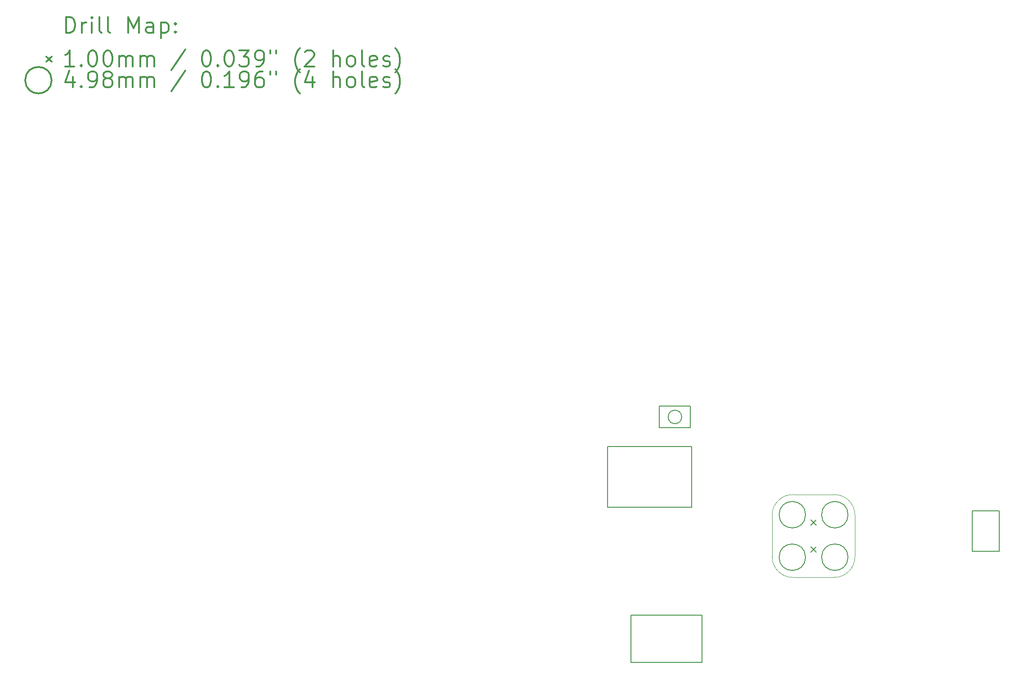
<source format=gbr>
G04 This is an RS-274x file exported by *
G04 gerbv version 2.6.0 *
G04 More information is available about gerbv at *
G04 http://gerbv.gpleda.org/ *
G04 --End of header info--*
%MOIN*%
%FSLAX34Y34*%
%IPPOS*%
G04 --Define apertures--*
%ADD10C,0.0050*%
%ADD11C,0.0079*%
%ADD12C,0.0118*%
%ADD13C,0.0138*%
%ADD14C,0.0016*%
%ADD15C,0.0059*%
G04 --Start main section--*
G54D11*
G01X0056278Y-037928D02*
G01X0056672Y-038322D01*
G01X0056672Y-037928D02*
G01X0056278Y-038322D01*
G01X0056278Y-039928D02*
G01X0056672Y-040322D01*
G01X0056672Y-039928D02*
G01X0056278Y-040322D01*
G01X0055880Y-037550D02*
G75*
G03X0055880Y-037550I-000980J0000000D01*
G01X0055880Y-040700D02*
G75*
G03X0055880Y-040700I-000980J0000000D01*
G01X0059030Y-037550D02*
G75*
G03X0059030Y-037550I-000980J0000000D01*
G01X0059030Y-040700D02*
G75*
G03X0059030Y-040700I-000980J0000000D01*
G54D12*
G01X0001069Y-001834D02*
G01X0001069Y-000652D01*
G01X0001069Y-000652D02*
G01X0001350Y-000652D01*
G01X0001350Y-000652D02*
G01X0001519Y-000709D01*
G01X0001519Y-000709D02*
G01X0001631Y-000821D01*
G01X0001631Y-000821D02*
G01X0001687Y-000934D01*
G01X0001687Y-000934D02*
G01X0001744Y-001159D01*
G01X0001744Y-001159D02*
G01X0001744Y-001327D01*
G01X0001744Y-001327D02*
G01X0001687Y-001552D01*
G01X0001687Y-001552D02*
G01X0001631Y-001665D01*
G01X0001631Y-001665D02*
G01X0001519Y-001777D01*
G01X0001519Y-001777D02*
G01X0001350Y-001834D01*
G01X0001350Y-001834D02*
G01X0001069Y-001834D01*
G01X0002250Y-001834D02*
G01X0002250Y-001046D01*
G01X0002250Y-001271D02*
G01X0002306Y-001159D01*
G01X0002306Y-001159D02*
G01X0002362Y-001102D01*
G01X0002362Y-001102D02*
G01X0002475Y-001046D01*
G01X0002475Y-001046D02*
G01X0002587Y-001046D01*
G01X0002981Y-001834D02*
G01X0002981Y-001046D01*
G01X0002981Y-000652D02*
G01X0002925Y-000709D01*
G01X0002925Y-000709D02*
G01X0002981Y-000765D01*
G01X0002981Y-000765D02*
G01X0003037Y-000709D01*
G01X0003037Y-000709D02*
G01X0002981Y-000652D01*
G01X0002981Y-000652D02*
G01X0002981Y-000765D01*
G01X0003712Y-001834D02*
G01X0003600Y-001777D01*
G01X0003600Y-001777D02*
G01X0003543Y-001665D01*
G01X0003543Y-001665D02*
G01X0003543Y-000652D01*
G01X0004331Y-001834D02*
G01X0004218Y-001777D01*
G01X0004218Y-001777D02*
G01X0004162Y-001665D01*
G01X0004162Y-001665D02*
G01X0004162Y-000652D01*
G01X0005681Y-001834D02*
G01X0005681Y-000652D01*
G01X0005681Y-000652D02*
G01X0006074Y-001496D01*
G01X0006074Y-001496D02*
G01X0006468Y-000652D01*
G01X0006468Y-000652D02*
G01X0006468Y-001834D01*
G01X0007537Y-001834D02*
G01X0007537Y-001215D01*
G01X0007537Y-001215D02*
G01X0007480Y-001102D01*
G01X0007480Y-001102D02*
G01X0007368Y-001046D01*
G01X0007368Y-001046D02*
G01X0007143Y-001046D01*
G01X0007143Y-001046D02*
G01X0007030Y-001102D01*
G01X0007537Y-001777D02*
G01X0007424Y-001834D01*
G01X0007424Y-001834D02*
G01X0007143Y-001834D01*
G01X0007143Y-001834D02*
G01X0007030Y-001777D01*
G01X0007030Y-001777D02*
G01X0006974Y-001665D01*
G01X0006974Y-001665D02*
G01X0006974Y-001552D01*
G01X0006974Y-001552D02*
G01X0007030Y-001440D01*
G01X0007030Y-001440D02*
G01X0007143Y-001384D01*
G01X0007143Y-001384D02*
G01X0007424Y-001384D01*
G01X0007424Y-001384D02*
G01X0007537Y-001327D01*
G01X0008099Y-001046D02*
G01X0008099Y-002227D01*
G01X0008099Y-001102D02*
G01X0008211Y-001046D01*
G01X0008211Y-001046D02*
G01X0008436Y-001046D01*
G01X0008436Y-001046D02*
G01X0008549Y-001102D01*
G01X0008549Y-001102D02*
G01X0008605Y-001159D01*
G01X0008605Y-001159D02*
G01X0008661Y-001271D01*
G01X0008661Y-001271D02*
G01X0008661Y-001609D01*
G01X0008661Y-001609D02*
G01X0008605Y-001721D01*
G01X0008605Y-001721D02*
G01X0008549Y-001777D01*
G01X0008549Y-001777D02*
G01X0008436Y-001834D01*
G01X0008436Y-001834D02*
G01X0008211Y-001834D01*
G01X0008211Y-001834D02*
G01X0008099Y-001777D01*
G01X0009168Y-001721D02*
G01X0009224Y-001777D01*
G01X0009224Y-001777D02*
G01X0009168Y-001834D01*
G01X0009168Y-001834D02*
G01X0009111Y-001777D01*
G01X0009111Y-001777D02*
G01X0009168Y-001721D01*
G01X0009168Y-001721D02*
G01X0009168Y-001834D01*
G01X0009168Y-001102D02*
G01X0009224Y-001159D01*
G01X0009224Y-001159D02*
G01X0009168Y-001215D01*
G01X0009168Y-001215D02*
G01X0009111Y-001159D01*
G01X0009111Y-001159D02*
G01X0009168Y-001102D01*
G01X0009168Y-001102D02*
G01X0009168Y-001215D01*
G01X-000394Y-003583D02*
G01X0000000Y-003977D01*
G01X0000000Y-003583D02*
G01X-000394Y-003977D01*
G01X0001687Y-004314D02*
G01X0001012Y-004314D01*
G01X0001350Y-004314D02*
G01X0001350Y-003133D01*
G01X0001350Y-003133D02*
G01X0001237Y-003301D01*
G01X0001237Y-003301D02*
G01X0001125Y-003414D01*
G01X0001125Y-003414D02*
G01X0001012Y-003470D01*
G01X0002193Y-004201D02*
G01X0002250Y-004258D01*
G01X0002250Y-004258D02*
G01X0002193Y-004314D01*
G01X0002193Y-004314D02*
G01X0002137Y-004258D01*
G01X0002137Y-004258D02*
G01X0002193Y-004201D01*
G01X0002193Y-004201D02*
G01X0002193Y-004314D01*
G01X0002981Y-003133D02*
G01X0003093Y-003133D01*
G01X0003093Y-003133D02*
G01X0003206Y-003189D01*
G01X0003206Y-003189D02*
G01X0003262Y-003245D01*
G01X0003262Y-003245D02*
G01X0003318Y-003358D01*
G01X0003318Y-003358D02*
G01X0003375Y-003583D01*
G01X0003375Y-003583D02*
G01X0003375Y-003864D01*
G01X0003375Y-003864D02*
G01X0003318Y-004089D01*
G01X0003318Y-004089D02*
G01X0003262Y-004201D01*
G01X0003262Y-004201D02*
G01X0003206Y-004258D01*
G01X0003206Y-004258D02*
G01X0003093Y-004314D01*
G01X0003093Y-004314D02*
G01X0002981Y-004314D01*
G01X0002981Y-004314D02*
G01X0002868Y-004258D01*
G01X0002868Y-004258D02*
G01X0002812Y-004201D01*
G01X0002812Y-004201D02*
G01X0002756Y-004089D01*
G01X0002756Y-004089D02*
G01X0002700Y-003864D01*
G01X0002700Y-003864D02*
G01X0002700Y-003583D01*
G01X0002700Y-003583D02*
G01X0002756Y-003358D01*
G01X0002756Y-003358D02*
G01X0002812Y-003245D01*
G01X0002812Y-003245D02*
G01X0002868Y-003189D01*
G01X0002868Y-003189D02*
G01X0002981Y-003133D01*
G01X0004106Y-003133D02*
G01X0004218Y-003133D01*
G01X0004218Y-003133D02*
G01X0004331Y-003189D01*
G01X0004331Y-003189D02*
G01X0004387Y-003245D01*
G01X0004387Y-003245D02*
G01X0004443Y-003358D01*
G01X0004443Y-003358D02*
G01X0004499Y-003583D01*
G01X0004499Y-003583D02*
G01X0004499Y-003864D01*
G01X0004499Y-003864D02*
G01X0004443Y-004089D01*
G01X0004443Y-004089D02*
G01X0004387Y-004201D01*
G01X0004387Y-004201D02*
G01X0004331Y-004258D01*
G01X0004331Y-004258D02*
G01X0004218Y-004314D01*
G01X0004218Y-004314D02*
G01X0004106Y-004314D01*
G01X0004106Y-004314D02*
G01X0003993Y-004258D01*
G01X0003993Y-004258D02*
G01X0003937Y-004201D01*
G01X0003937Y-004201D02*
G01X0003881Y-004089D01*
G01X0003881Y-004089D02*
G01X0003825Y-003864D01*
G01X0003825Y-003864D02*
G01X0003825Y-003583D01*
G01X0003825Y-003583D02*
G01X0003881Y-003358D01*
G01X0003881Y-003358D02*
G01X0003937Y-003245D01*
G01X0003937Y-003245D02*
G01X0003993Y-003189D01*
G01X0003993Y-003189D02*
G01X0004106Y-003133D01*
G01X0005006Y-004314D02*
G01X0005006Y-003526D01*
G01X0005006Y-003639D02*
G01X0005062Y-003583D01*
G01X0005062Y-003583D02*
G01X0005174Y-003526D01*
G01X0005174Y-003526D02*
G01X0005343Y-003526D01*
G01X0005343Y-003526D02*
G01X0005456Y-003583D01*
G01X0005456Y-003583D02*
G01X0005512Y-003695D01*
G01X0005512Y-003695D02*
G01X0005512Y-004314D01*
G01X0005512Y-003695D02*
G01X0005568Y-003583D01*
G01X0005568Y-003583D02*
G01X0005681Y-003526D01*
G01X0005681Y-003526D02*
G01X0005849Y-003526D01*
G01X0005849Y-003526D02*
G01X0005962Y-003583D01*
G01X0005962Y-003583D02*
G01X0006018Y-003695D01*
G01X0006018Y-003695D02*
G01X0006018Y-004314D01*
G01X0006580Y-004314D02*
G01X0006580Y-003526D01*
G01X0006580Y-003639D02*
G01X0006637Y-003583D01*
G01X0006637Y-003583D02*
G01X0006749Y-003526D01*
G01X0006749Y-003526D02*
G01X0006918Y-003526D01*
G01X0006918Y-003526D02*
G01X0007030Y-003583D01*
G01X0007030Y-003583D02*
G01X0007087Y-003695D01*
G01X0007087Y-003695D02*
G01X0007087Y-004314D01*
G01X0007087Y-003695D02*
G01X0007143Y-003583D01*
G01X0007143Y-003583D02*
G01X0007255Y-003526D01*
G01X0007255Y-003526D02*
G01X0007424Y-003526D01*
G01X0007424Y-003526D02*
G01X0007537Y-003583D01*
G01X0007537Y-003583D02*
G01X0007593Y-003695D01*
G01X0007593Y-003695D02*
G01X0007593Y-004314D01*
G01X0009899Y-003076D02*
G01X0008886Y-004595D01*
G01X0011417Y-003133D02*
G01X0011530Y-003133D01*
G01X0011530Y-003133D02*
G01X0011642Y-003189D01*
G01X0011642Y-003189D02*
G01X0011699Y-003245D01*
G01X0011699Y-003245D02*
G01X0011755Y-003358D01*
G01X0011755Y-003358D02*
G01X0011811Y-003583D01*
G01X0011811Y-003583D02*
G01X0011811Y-003864D01*
G01X0011811Y-003864D02*
G01X0011755Y-004089D01*
G01X0011755Y-004089D02*
G01X0011699Y-004201D01*
G01X0011699Y-004201D02*
G01X0011642Y-004258D01*
G01X0011642Y-004258D02*
G01X0011530Y-004314D01*
G01X0011530Y-004314D02*
G01X0011417Y-004314D01*
G01X0011417Y-004314D02*
G01X0011305Y-004258D01*
G01X0011305Y-004258D02*
G01X0011249Y-004201D01*
G01X0011249Y-004201D02*
G01X0011192Y-004089D01*
G01X0011192Y-004089D02*
G01X0011136Y-003864D01*
G01X0011136Y-003864D02*
G01X0011136Y-003583D01*
G01X0011136Y-003583D02*
G01X0011192Y-003358D01*
G01X0011192Y-003358D02*
G01X0011249Y-003245D01*
G01X0011249Y-003245D02*
G01X0011305Y-003189D01*
G01X0011305Y-003189D02*
G01X0011417Y-003133D01*
G01X0012317Y-004201D02*
G01X0012373Y-004258D01*
G01X0012373Y-004258D02*
G01X0012317Y-004314D01*
G01X0012317Y-004314D02*
G01X0012261Y-004258D01*
G01X0012261Y-004258D02*
G01X0012317Y-004201D01*
G01X0012317Y-004201D02*
G01X0012317Y-004314D01*
G01X0013105Y-003133D02*
G01X0013217Y-003133D01*
G01X0013217Y-003133D02*
G01X0013330Y-003189D01*
G01X0013330Y-003189D02*
G01X0013386Y-003245D01*
G01X0013386Y-003245D02*
G01X0013442Y-003358D01*
G01X0013442Y-003358D02*
G01X0013498Y-003583D01*
G01X0013498Y-003583D02*
G01X0013498Y-003864D01*
G01X0013498Y-003864D02*
G01X0013442Y-004089D01*
G01X0013442Y-004089D02*
G01X0013386Y-004201D01*
G01X0013386Y-004201D02*
G01X0013330Y-004258D01*
G01X0013330Y-004258D02*
G01X0013217Y-004314D01*
G01X0013217Y-004314D02*
G01X0013105Y-004314D01*
G01X0013105Y-004314D02*
G01X0012992Y-004258D01*
G01X0012992Y-004258D02*
G01X0012936Y-004201D01*
G01X0012936Y-004201D02*
G01X0012880Y-004089D01*
G01X0012880Y-004089D02*
G01X0012823Y-003864D01*
G01X0012823Y-003864D02*
G01X0012823Y-003583D01*
G01X0012823Y-003583D02*
G01X0012880Y-003358D01*
G01X0012880Y-003358D02*
G01X0012936Y-003245D01*
G01X0012936Y-003245D02*
G01X0012992Y-003189D01*
G01X0012992Y-003189D02*
G01X0013105Y-003133D01*
G01X0013892Y-003133D02*
G01X0014623Y-003133D01*
G01X0014623Y-003133D02*
G01X0014229Y-003583D01*
G01X0014229Y-003583D02*
G01X0014398Y-003583D01*
G01X0014398Y-003583D02*
G01X0014511Y-003639D01*
G01X0014511Y-003639D02*
G01X0014567Y-003695D01*
G01X0014567Y-003695D02*
G01X0014623Y-003808D01*
G01X0014623Y-003808D02*
G01X0014623Y-004089D01*
G01X0014623Y-004089D02*
G01X0014567Y-004201D01*
G01X0014567Y-004201D02*
G01X0014511Y-004258D01*
G01X0014511Y-004258D02*
G01X0014398Y-004314D01*
G01X0014398Y-004314D02*
G01X0014061Y-004314D01*
G01X0014061Y-004314D02*
G01X0013948Y-004258D01*
G01X0013948Y-004258D02*
G01X0013892Y-004201D01*
G01X0015186Y-004314D02*
G01X0015411Y-004314D01*
G01X0015411Y-004314D02*
G01X0015523Y-004258D01*
G01X0015523Y-004258D02*
G01X0015579Y-004201D01*
G01X0015579Y-004201D02*
G01X0015692Y-004033D01*
G01X0015692Y-004033D02*
G01X0015748Y-003808D01*
G01X0015748Y-003808D02*
G01X0015748Y-003358D01*
G01X0015748Y-003358D02*
G01X0015692Y-003245D01*
G01X0015692Y-003245D02*
G01X0015636Y-003189D01*
G01X0015636Y-003189D02*
G01X0015523Y-003133D01*
G01X0015523Y-003133D02*
G01X0015298Y-003133D01*
G01X0015298Y-003133D02*
G01X0015186Y-003189D01*
G01X0015186Y-003189D02*
G01X0015129Y-003245D01*
G01X0015129Y-003245D02*
G01X0015073Y-003358D01*
G01X0015073Y-003358D02*
G01X0015073Y-003639D01*
G01X0015073Y-003639D02*
G01X0015129Y-003751D01*
G01X0015129Y-003751D02*
G01X0015186Y-003808D01*
G01X0015186Y-003808D02*
G01X0015298Y-003864D01*
G01X0015298Y-003864D02*
G01X0015523Y-003864D01*
G01X0015523Y-003864D02*
G01X0015636Y-003808D01*
G01X0015636Y-003808D02*
G01X0015692Y-003751D01*
G01X0015692Y-003751D02*
G01X0015748Y-003639D01*
G01X0016198Y-003133D02*
G01X0016198Y-003358D01*
G01X0016648Y-003133D02*
G01X0016648Y-003358D01*
G01X0018391Y-004764D02*
G01X0018335Y-004708D01*
G01X0018335Y-004708D02*
G01X0018223Y-004539D01*
G01X0018223Y-004539D02*
G01X0018166Y-004426D01*
G01X0018166Y-004426D02*
G01X0018110Y-004258D01*
G01X0018110Y-004258D02*
G01X0018054Y-003976D01*
G01X0018054Y-003976D02*
G01X0018054Y-003751D01*
G01X0018054Y-003751D02*
G01X0018110Y-003470D01*
G01X0018110Y-003470D02*
G01X0018166Y-003301D01*
G01X0018166Y-003301D02*
G01X0018223Y-003189D01*
G01X0018223Y-003189D02*
G01X0018335Y-003020D01*
G01X0018335Y-003020D02*
G01X0018391Y-002964D01*
G01X0018785Y-003245D02*
G01X0018841Y-003189D01*
G01X0018841Y-003189D02*
G01X0018954Y-003133D01*
G01X0018954Y-003133D02*
G01X0019235Y-003133D01*
G01X0019235Y-003133D02*
G01X0019348Y-003189D01*
G01X0019348Y-003189D02*
G01X0019404Y-003245D01*
G01X0019404Y-003245D02*
G01X0019460Y-003358D01*
G01X0019460Y-003358D02*
G01X0019460Y-003470D01*
G01X0019460Y-003470D02*
G01X0019404Y-003639D01*
G01X0019404Y-003639D02*
G01X0018729Y-004314D01*
G01X0018729Y-004314D02*
G01X0019460Y-004314D01*
G01X0020866Y-004314D02*
G01X0020866Y-003133D01*
G01X0021372Y-004314D02*
G01X0021372Y-003695D01*
G01X0021372Y-003695D02*
G01X0021316Y-003583D01*
G01X0021316Y-003583D02*
G01X0021204Y-003526D01*
G01X0021204Y-003526D02*
G01X0021035Y-003526D01*
G01X0021035Y-003526D02*
G01X0020922Y-003583D01*
G01X0020922Y-003583D02*
G01X0020866Y-003639D01*
G01X0022103Y-004314D02*
G01X0021991Y-004258D01*
G01X0021991Y-004258D02*
G01X0021935Y-004201D01*
G01X0021935Y-004201D02*
G01X0021879Y-004089D01*
G01X0021879Y-004089D02*
G01X0021879Y-003751D01*
G01X0021879Y-003751D02*
G01X0021935Y-003639D01*
G01X0021935Y-003639D02*
G01X0021991Y-003583D01*
G01X0021991Y-003583D02*
G01X0022103Y-003526D01*
G01X0022103Y-003526D02*
G01X0022272Y-003526D01*
G01X0022272Y-003526D02*
G01X0022385Y-003583D01*
G01X0022385Y-003583D02*
G01X0022441Y-003639D01*
G01X0022441Y-003639D02*
G01X0022497Y-003751D01*
G01X0022497Y-003751D02*
G01X0022497Y-004089D01*
G01X0022497Y-004089D02*
G01X0022441Y-004201D01*
G01X0022441Y-004201D02*
G01X0022385Y-004258D01*
G01X0022385Y-004258D02*
G01X0022272Y-004314D01*
G01X0022272Y-004314D02*
G01X0022103Y-004314D01*
G01X0023172Y-004314D02*
G01X0023060Y-004258D01*
G01X0023060Y-004258D02*
G01X0023003Y-004145D01*
G01X0023003Y-004145D02*
G01X0023003Y-003133D01*
G01X0024072Y-004258D02*
G01X0023960Y-004314D01*
G01X0023960Y-004314D02*
G01X0023735Y-004314D01*
G01X0023735Y-004314D02*
G01X0023622Y-004258D01*
G01X0023622Y-004258D02*
G01X0023566Y-004145D01*
G01X0023566Y-004145D02*
G01X0023566Y-003695D01*
G01X0023566Y-003695D02*
G01X0023622Y-003583D01*
G01X0023622Y-003583D02*
G01X0023735Y-003526D01*
G01X0023735Y-003526D02*
G01X0023960Y-003526D01*
G01X0023960Y-003526D02*
G01X0024072Y-003583D01*
G01X0024072Y-003583D02*
G01X0024128Y-003695D01*
G01X0024128Y-003695D02*
G01X0024128Y-003808D01*
G01X0024128Y-003808D02*
G01X0023566Y-003920D01*
G01X0024578Y-004258D02*
G01X0024691Y-004314D01*
G01X0024691Y-004314D02*
G01X0024916Y-004314D01*
G01X0024916Y-004314D02*
G01X0025028Y-004258D01*
G01X0025028Y-004258D02*
G01X0025084Y-004145D01*
G01X0025084Y-004145D02*
G01X0025084Y-004089D01*
G01X0025084Y-004089D02*
G01X0025028Y-003976D01*
G01X0025028Y-003976D02*
G01X0024916Y-003920D01*
G01X0024916Y-003920D02*
G01X0024747Y-003920D01*
G01X0024747Y-003920D02*
G01X0024634Y-003864D01*
G01X0024634Y-003864D02*
G01X0024578Y-003751D01*
G01X0024578Y-003751D02*
G01X0024578Y-003695D01*
G01X0024578Y-003695D02*
G01X0024634Y-003583D01*
G01X0024634Y-003583D02*
G01X0024747Y-003526D01*
G01X0024747Y-003526D02*
G01X0024916Y-003526D01*
G01X0024916Y-003526D02*
G01X0025028Y-003583D01*
G01X0025478Y-004764D02*
G01X0025534Y-004708D01*
G01X0025534Y-004708D02*
G01X0025647Y-004539D01*
G01X0025647Y-004539D02*
G01X0025703Y-004426D01*
G01X0025703Y-004426D02*
G01X0025759Y-004258D01*
G01X0025759Y-004258D02*
G01X0025816Y-003976D01*
G01X0025816Y-003976D02*
G01X0025816Y-003751D01*
G01X0025816Y-003751D02*
G01X0025759Y-003470D01*
G01X0025759Y-003470D02*
G01X0025703Y-003301D01*
G01X0025703Y-003301D02*
G01X0025647Y-003189D01*
G01X0025647Y-003189D02*
G01X0025534Y-003020D01*
G01X0025534Y-003020D02*
G01X0025478Y-002964D01*
G01X0000000Y-005339D02*
G75*
G03X0000000Y-005339I-000980J0000000D01*
G01X0001575Y-005085D02*
G01X0001575Y-005873D01*
G01X0001294Y-004636D02*
G01X0001012Y-005479D01*
G01X0001012Y-005479D02*
G01X0001744Y-005479D01*
G01X0002193Y-005760D02*
G01X0002250Y-005817D01*
G01X0002250Y-005817D02*
G01X0002193Y-005873D01*
G01X0002193Y-005873D02*
G01X0002137Y-005817D01*
G01X0002137Y-005817D02*
G01X0002193Y-005760D01*
G01X0002193Y-005760D02*
G01X0002193Y-005873D01*
G01X0002812Y-005873D02*
G01X0003037Y-005873D01*
G01X0003037Y-005873D02*
G01X0003150Y-005817D01*
G01X0003150Y-005817D02*
G01X0003206Y-005760D01*
G01X0003206Y-005760D02*
G01X0003318Y-005592D01*
G01X0003318Y-005592D02*
G01X0003375Y-005367D01*
G01X0003375Y-005367D02*
G01X0003375Y-004917D01*
G01X0003375Y-004917D02*
G01X0003318Y-004804D01*
G01X0003318Y-004804D02*
G01X0003262Y-004748D01*
G01X0003262Y-004748D02*
G01X0003150Y-004692D01*
G01X0003150Y-004692D02*
G01X0002925Y-004692D01*
G01X0002925Y-004692D02*
G01X0002812Y-004748D01*
G01X0002812Y-004748D02*
G01X0002756Y-004804D01*
G01X0002756Y-004804D02*
G01X0002700Y-004917D01*
G01X0002700Y-004917D02*
G01X0002700Y-005198D01*
G01X0002700Y-005198D02*
G01X0002756Y-005310D01*
G01X0002756Y-005310D02*
G01X0002812Y-005367D01*
G01X0002812Y-005367D02*
G01X0002925Y-005423D01*
G01X0002925Y-005423D02*
G01X0003150Y-005423D01*
G01X0003150Y-005423D02*
G01X0003262Y-005367D01*
G01X0003262Y-005367D02*
G01X0003318Y-005310D01*
G01X0003318Y-005310D02*
G01X0003375Y-005198D01*
G01X0004049Y-005198D02*
G01X0003937Y-005142D01*
G01X0003937Y-005142D02*
G01X0003881Y-005085D01*
G01X0003881Y-005085D02*
G01X0003825Y-004973D01*
G01X0003825Y-004973D02*
G01X0003825Y-004917D01*
G01X0003825Y-004917D02*
G01X0003881Y-004804D01*
G01X0003881Y-004804D02*
G01X0003937Y-004748D01*
G01X0003937Y-004748D02*
G01X0004049Y-004692D01*
G01X0004049Y-004692D02*
G01X0004274Y-004692D01*
G01X0004274Y-004692D02*
G01X0004387Y-004748D01*
G01X0004387Y-004748D02*
G01X0004443Y-004804D01*
G01X0004443Y-004804D02*
G01X0004499Y-004917D01*
G01X0004499Y-004917D02*
G01X0004499Y-004973D01*
G01X0004499Y-004973D02*
G01X0004443Y-005085D01*
G01X0004443Y-005085D02*
G01X0004387Y-005142D01*
G01X0004387Y-005142D02*
G01X0004274Y-005198D01*
G01X0004274Y-005198D02*
G01X0004049Y-005198D01*
G01X0004049Y-005198D02*
G01X0003937Y-005254D01*
G01X0003937Y-005254D02*
G01X0003881Y-005310D01*
G01X0003881Y-005310D02*
G01X0003825Y-005423D01*
G01X0003825Y-005423D02*
G01X0003825Y-005648D01*
G01X0003825Y-005648D02*
G01X0003881Y-005760D01*
G01X0003881Y-005760D02*
G01X0003937Y-005817D01*
G01X0003937Y-005817D02*
G01X0004049Y-005873D01*
G01X0004049Y-005873D02*
G01X0004274Y-005873D01*
G01X0004274Y-005873D02*
G01X0004387Y-005817D01*
G01X0004387Y-005817D02*
G01X0004443Y-005760D01*
G01X0004443Y-005760D02*
G01X0004499Y-005648D01*
G01X0004499Y-005648D02*
G01X0004499Y-005423D01*
G01X0004499Y-005423D02*
G01X0004443Y-005310D01*
G01X0004443Y-005310D02*
G01X0004387Y-005254D01*
G01X0004387Y-005254D02*
G01X0004274Y-005198D01*
G01X0005006Y-005873D02*
G01X0005006Y-005085D01*
G01X0005006Y-005198D02*
G01X0005062Y-005142D01*
G01X0005062Y-005142D02*
G01X0005174Y-005085D01*
G01X0005174Y-005085D02*
G01X0005343Y-005085D01*
G01X0005343Y-005085D02*
G01X0005456Y-005142D01*
G01X0005456Y-005142D02*
G01X0005512Y-005254D01*
G01X0005512Y-005254D02*
G01X0005512Y-005873D01*
G01X0005512Y-005254D02*
G01X0005568Y-005142D01*
G01X0005568Y-005142D02*
G01X0005681Y-005085D01*
G01X0005681Y-005085D02*
G01X0005849Y-005085D01*
G01X0005849Y-005085D02*
G01X0005962Y-005142D01*
G01X0005962Y-005142D02*
G01X0006018Y-005254D01*
G01X0006018Y-005254D02*
G01X0006018Y-005873D01*
G01X0006580Y-005873D02*
G01X0006580Y-005085D01*
G01X0006580Y-005198D02*
G01X0006637Y-005142D01*
G01X0006637Y-005142D02*
G01X0006749Y-005085D01*
G01X0006749Y-005085D02*
G01X0006918Y-005085D01*
G01X0006918Y-005085D02*
G01X0007030Y-005142D01*
G01X0007030Y-005142D02*
G01X0007087Y-005254D01*
G01X0007087Y-005254D02*
G01X0007087Y-005873D01*
G01X0007087Y-005254D02*
G01X0007143Y-005142D01*
G01X0007143Y-005142D02*
G01X0007255Y-005085D01*
G01X0007255Y-005085D02*
G01X0007424Y-005085D01*
G01X0007424Y-005085D02*
G01X0007537Y-005142D01*
G01X0007537Y-005142D02*
G01X0007593Y-005254D01*
G01X0007593Y-005254D02*
G01X0007593Y-005873D01*
G01X0009899Y-004636D02*
G01X0008886Y-006154D01*
G01X0011417Y-004692D02*
G01X0011530Y-004692D01*
G01X0011530Y-004692D02*
G01X0011642Y-004748D01*
G01X0011642Y-004748D02*
G01X0011699Y-004804D01*
G01X0011699Y-004804D02*
G01X0011755Y-004917D01*
G01X0011755Y-004917D02*
G01X0011811Y-005142D01*
G01X0011811Y-005142D02*
G01X0011811Y-005423D01*
G01X0011811Y-005423D02*
G01X0011755Y-005648D01*
G01X0011755Y-005648D02*
G01X0011699Y-005760D01*
G01X0011699Y-005760D02*
G01X0011642Y-005817D01*
G01X0011642Y-005817D02*
G01X0011530Y-005873D01*
G01X0011530Y-005873D02*
G01X0011417Y-005873D01*
G01X0011417Y-005873D02*
G01X0011305Y-005817D01*
G01X0011305Y-005817D02*
G01X0011249Y-005760D01*
G01X0011249Y-005760D02*
G01X0011192Y-005648D01*
G01X0011192Y-005648D02*
G01X0011136Y-005423D01*
G01X0011136Y-005423D02*
G01X0011136Y-005142D01*
G01X0011136Y-005142D02*
G01X0011192Y-004917D01*
G01X0011192Y-004917D02*
G01X0011249Y-004804D01*
G01X0011249Y-004804D02*
G01X0011305Y-004748D01*
G01X0011305Y-004748D02*
G01X0011417Y-004692D01*
G01X0012317Y-005760D02*
G01X0012373Y-005817D01*
G01X0012373Y-005817D02*
G01X0012317Y-005873D01*
G01X0012317Y-005873D02*
G01X0012261Y-005817D01*
G01X0012261Y-005817D02*
G01X0012317Y-005760D01*
G01X0012317Y-005760D02*
G01X0012317Y-005873D01*
G01X0013498Y-005873D02*
G01X0012823Y-005873D01*
G01X0013161Y-005873D02*
G01X0013161Y-004692D01*
G01X0013161Y-004692D02*
G01X0013048Y-004861D01*
G01X0013048Y-004861D02*
G01X0012936Y-004973D01*
G01X0012936Y-004973D02*
G01X0012823Y-005029D01*
G01X0014061Y-005873D02*
G01X0014286Y-005873D01*
G01X0014286Y-005873D02*
G01X0014398Y-005817D01*
G01X0014398Y-005817D02*
G01X0014454Y-005760D01*
G01X0014454Y-005760D02*
G01X0014567Y-005592D01*
G01X0014567Y-005592D02*
G01X0014623Y-005367D01*
G01X0014623Y-005367D02*
G01X0014623Y-004917D01*
G01X0014623Y-004917D02*
G01X0014567Y-004804D01*
G01X0014567Y-004804D02*
G01X0014511Y-004748D01*
G01X0014511Y-004748D02*
G01X0014398Y-004692D01*
G01X0014398Y-004692D02*
G01X0014173Y-004692D01*
G01X0014173Y-004692D02*
G01X0014061Y-004748D01*
G01X0014061Y-004748D02*
G01X0014005Y-004804D01*
G01X0014005Y-004804D02*
G01X0013948Y-004917D01*
G01X0013948Y-004917D02*
G01X0013948Y-005198D01*
G01X0013948Y-005198D02*
G01X0014005Y-005310D01*
G01X0014005Y-005310D02*
G01X0014061Y-005367D01*
G01X0014061Y-005367D02*
G01X0014173Y-005423D01*
G01X0014173Y-005423D02*
G01X0014398Y-005423D01*
G01X0014398Y-005423D02*
G01X0014511Y-005367D01*
G01X0014511Y-005367D02*
G01X0014567Y-005310D01*
G01X0014567Y-005310D02*
G01X0014623Y-005198D01*
G01X0015636Y-004692D02*
G01X0015411Y-004692D01*
G01X0015411Y-004692D02*
G01X0015298Y-004748D01*
G01X0015298Y-004748D02*
G01X0015242Y-004804D01*
G01X0015242Y-004804D02*
G01X0015129Y-004973D01*
G01X0015129Y-004973D02*
G01X0015073Y-005198D01*
G01X0015073Y-005198D02*
G01X0015073Y-005648D01*
G01X0015073Y-005648D02*
G01X0015129Y-005760D01*
G01X0015129Y-005760D02*
G01X0015186Y-005817D01*
G01X0015186Y-005817D02*
G01X0015298Y-005873D01*
G01X0015298Y-005873D02*
G01X0015523Y-005873D01*
G01X0015523Y-005873D02*
G01X0015636Y-005817D01*
G01X0015636Y-005817D02*
G01X0015692Y-005760D01*
G01X0015692Y-005760D02*
G01X0015748Y-005648D01*
G01X0015748Y-005648D02*
G01X0015748Y-005367D01*
G01X0015748Y-005367D02*
G01X0015692Y-005254D01*
G01X0015692Y-005254D02*
G01X0015636Y-005198D01*
G01X0015636Y-005198D02*
G01X0015523Y-005142D01*
G01X0015523Y-005142D02*
G01X0015298Y-005142D01*
G01X0015298Y-005142D02*
G01X0015186Y-005198D01*
G01X0015186Y-005198D02*
G01X0015129Y-005254D01*
G01X0015129Y-005254D02*
G01X0015073Y-005367D01*
G01X0016198Y-004692D02*
G01X0016198Y-004917D01*
G01X0016648Y-004692D02*
G01X0016648Y-004917D01*
G01X0018391Y-006323D02*
G01X0018335Y-006267D01*
G01X0018335Y-006267D02*
G01X0018223Y-006098D01*
G01X0018223Y-006098D02*
G01X0018166Y-005985D01*
G01X0018166Y-005985D02*
G01X0018110Y-005817D01*
G01X0018110Y-005817D02*
G01X0018054Y-005535D01*
G01X0018054Y-005535D02*
G01X0018054Y-005310D01*
G01X0018054Y-005310D02*
G01X0018110Y-005029D01*
G01X0018110Y-005029D02*
G01X0018166Y-004861D01*
G01X0018166Y-004861D02*
G01X0018223Y-004748D01*
G01X0018223Y-004748D02*
G01X0018335Y-004579D01*
G01X0018335Y-004579D02*
G01X0018391Y-004523D01*
G01X0019348Y-005085D02*
G01X0019348Y-005873D01*
G01X0019066Y-004636D02*
G01X0018785Y-005479D01*
G01X0018785Y-005479D02*
G01X0019516Y-005479D01*
G01X0020866Y-005873D02*
G01X0020866Y-004692D01*
G01X0021372Y-005873D02*
G01X0021372Y-005254D01*
G01X0021372Y-005254D02*
G01X0021316Y-005142D01*
G01X0021316Y-005142D02*
G01X0021204Y-005085D01*
G01X0021204Y-005085D02*
G01X0021035Y-005085D01*
G01X0021035Y-005085D02*
G01X0020922Y-005142D01*
G01X0020922Y-005142D02*
G01X0020866Y-005198D01*
G01X0022103Y-005873D02*
G01X0021991Y-005817D01*
G01X0021991Y-005817D02*
G01X0021935Y-005760D01*
G01X0021935Y-005760D02*
G01X0021879Y-005648D01*
G01X0021879Y-005648D02*
G01X0021879Y-005310D01*
G01X0021879Y-005310D02*
G01X0021935Y-005198D01*
G01X0021935Y-005198D02*
G01X0021991Y-005142D01*
G01X0021991Y-005142D02*
G01X0022103Y-005085D01*
G01X0022103Y-005085D02*
G01X0022272Y-005085D01*
G01X0022272Y-005085D02*
G01X0022385Y-005142D01*
G01X0022385Y-005142D02*
G01X0022441Y-005198D01*
G01X0022441Y-005198D02*
G01X0022497Y-005310D01*
G01X0022497Y-005310D02*
G01X0022497Y-005648D01*
G01X0022497Y-005648D02*
G01X0022441Y-005760D01*
G01X0022441Y-005760D02*
G01X0022385Y-005817D01*
G01X0022385Y-005817D02*
G01X0022272Y-005873D01*
G01X0022272Y-005873D02*
G01X0022103Y-005873D01*
G01X0023172Y-005873D02*
G01X0023060Y-005817D01*
G01X0023060Y-005817D02*
G01X0023003Y-005704D01*
G01X0023003Y-005704D02*
G01X0023003Y-004692D01*
G01X0024072Y-005817D02*
G01X0023960Y-005873D01*
G01X0023960Y-005873D02*
G01X0023735Y-005873D01*
G01X0023735Y-005873D02*
G01X0023622Y-005817D01*
G01X0023622Y-005817D02*
G01X0023566Y-005704D01*
G01X0023566Y-005704D02*
G01X0023566Y-005254D01*
G01X0023566Y-005254D02*
G01X0023622Y-005142D01*
G01X0023622Y-005142D02*
G01X0023735Y-005085D01*
G01X0023735Y-005085D02*
G01X0023960Y-005085D01*
G01X0023960Y-005085D02*
G01X0024072Y-005142D01*
G01X0024072Y-005142D02*
G01X0024128Y-005254D01*
G01X0024128Y-005254D02*
G01X0024128Y-005367D01*
G01X0024128Y-005367D02*
G01X0023566Y-005479D01*
G01X0024578Y-005817D02*
G01X0024691Y-005873D01*
G01X0024691Y-005873D02*
G01X0024916Y-005873D01*
G01X0024916Y-005873D02*
G01X0025028Y-005817D01*
G01X0025028Y-005817D02*
G01X0025084Y-005704D01*
G01X0025084Y-005704D02*
G01X0025084Y-005648D01*
G01X0025084Y-005648D02*
G01X0025028Y-005535D01*
G01X0025028Y-005535D02*
G01X0024916Y-005479D01*
G01X0024916Y-005479D02*
G01X0024747Y-005479D01*
G01X0024747Y-005479D02*
G01X0024634Y-005423D01*
G01X0024634Y-005423D02*
G01X0024578Y-005310D01*
G01X0024578Y-005310D02*
G01X0024578Y-005254D01*
G01X0024578Y-005254D02*
G01X0024634Y-005142D01*
G01X0024634Y-005142D02*
G01X0024747Y-005085D01*
G01X0024747Y-005085D02*
G01X0024916Y-005085D01*
G01X0024916Y-005085D02*
G01X0025028Y-005142D01*
G01X0025478Y-006323D02*
G01X0025534Y-006267D01*
G01X0025534Y-006267D02*
G01X0025647Y-006098D01*
G01X0025647Y-006098D02*
G01X0025703Y-005985D01*
G01X0025703Y-005985D02*
G01X0025759Y-005817D01*
G01X0025759Y-005817D02*
G01X0025816Y-005535D01*
G01X0025816Y-005535D02*
G01X0025816Y-005310D01*
G01X0025816Y-005310D02*
G01X0025759Y-005029D01*
G01X0025759Y-005029D02*
G01X0025703Y-004861D01*
G01X0025703Y-004861D02*
G01X0025647Y-004748D01*
G01X0025647Y-004748D02*
G01X0025534Y-004579D01*
G01X0025534Y-004579D02*
G01X0025478Y-004523D01*
G01X0000000Y0000000D02*
G54D14*
G01X0058010Y-036054D02*
G01X0054939Y-036054D01*
G01X0058010Y-042196D02*
G01X0054939Y-042196D01*
G01X0059546Y-040661D02*
G01X0059546Y-037590D01*
G01X0053404Y-040661D02*
G01X0053404Y-037590D01*
G01X0059546Y-037590D02*
G75*
G03X0058010Y-036054I-001535J0000000D01*
G01X0058010Y-042196D02*
G75*
G03X0059546Y-040661I0000000J0001535D01*
G01X0053404Y-040661D02*
G75*
G03X0054939Y-042196I0001535J0000000D01*
G01X0054939Y-036054D02*
G75*
G03X0053404Y-037590I0000000J-001535D01*
G01X0000000Y0000000D02*
G54D15*
G01X0046700Y-030300D02*
G75*
G03X0046700Y-030300I-000500J0000000D01*
G01X0045050Y-031100D02*
G01X0045050Y-029500D01*
G01X0047350Y-031100D02*
G01X0045050Y-031100D01*
G01X0047350Y-029500D02*
G01X0047350Y-031100D01*
G01X0045050Y-029500D02*
G01X0047350Y-029500D01*
G01X0047450Y-037000D02*
G01X0041200Y-037000D01*
G01X0068250Y-040250D02*
G01X0068250Y-037250D01*
G01X0070250Y-040250D02*
G01X0068250Y-040250D01*
G01X0070250Y-037250D02*
G01X0070250Y-040250D01*
G01X0068250Y-037250D02*
G01X0070250Y-037250D01*
G01X0042950Y-048500D02*
G01X0042950Y-045000D01*
G01X0048200Y-048500D02*
G01X0042950Y-048500D01*
G01X0048200Y-045000D02*
G01X0048200Y-048500D01*
G01X0042950Y-045000D02*
G01X0048200Y-045000D01*
G01X0041200Y-037000D02*
G01X0041200Y-032500D01*
G01X0047450Y-032500D02*
G01X0047450Y-037000D01*
G01X0041200Y-032500D02*
G01X0047450Y-032500D01*
M02*

</source>
